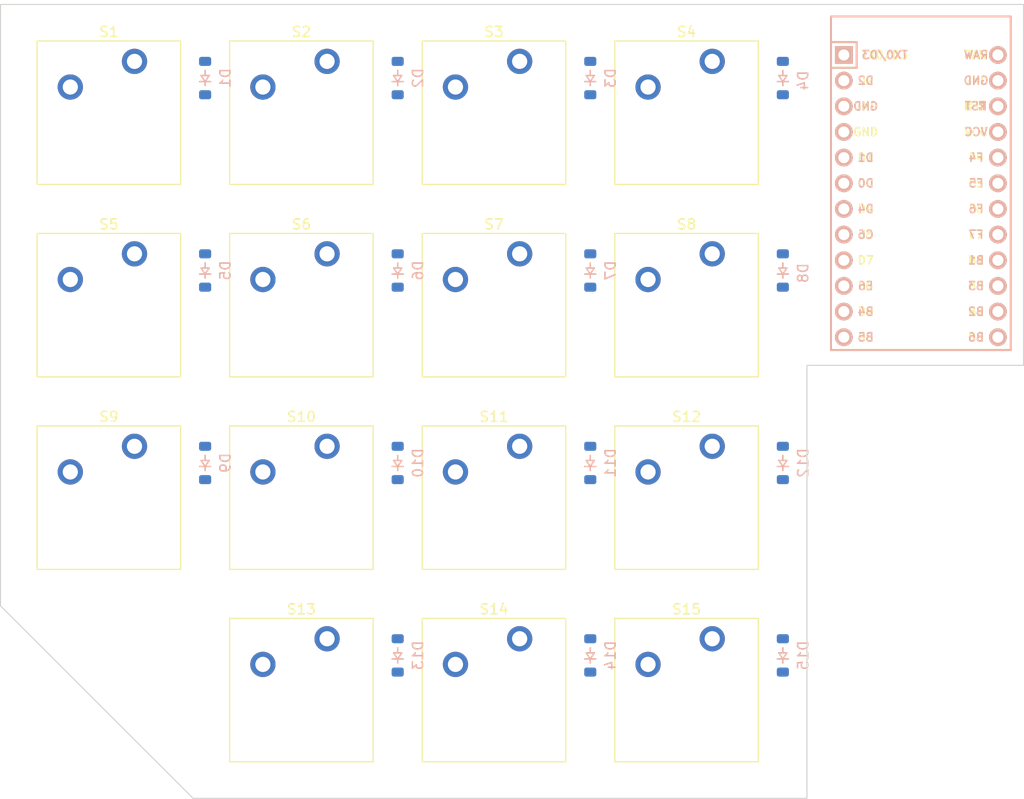
<source format=kicad_pcb>
(kicad_pcb (version 20221018) (generator pcbnew)
  (layers (0 "F.Cu" signal) (31 "B.Cu" signal) (34 "B.Paste" user) (35 "F.Paste" user) (36 "B.SilkS" user "B.Silkscreen") (37 "F.SilkS" user "F.Silkscreen") (38 "B.Mask" user) (39 "F.Mask" user) (44 "Edge.Cuts" user))
  (net 0 "")
  (net 1 "Row1")
  (net 2 "Net-(D1-A)")
  (net 3 "Net-(D2-A)")
  (net 4 "Net-(D3-A)")
  (net 5 "Net-(D4-A)")
  (net 6 "Row2")
  (net 7 "Net-(D5-A)")
  (net 8 "Net-(D6-A)")
  (net 9 "Net-(D7-A)")
  (net 10 "Net-(D8-A)")
  (net 11 "Row3")
  (net 12 "Net-(D9-A)")
  (net 13 "Net-(D10-A)")
  (net 14 "Net-(D11-A)")
  (net 15 "Net-(D12-A)")
  (net 16 "Row4")
  (net 17 "Net-(D13-A)")
  (net 18 "Net-(D14-A)")
  (net 19 "Net-(D15-A)")
  (net 20 "Column1")
  (net 21 "Column2")
  (net 22 "Column3")
  (net 23 "Column4")
  (footprint "microkeys_MX:MX_PCB_1.00u" (layer "F.Cu") (at 88.26 117.58)
    (fp_text reference "S13" (at 0 -8) (layer "F.SilkS"))
    (fp_text value "Keyswitch")
    (fp_line (start -7.1 -7.1) (end -7.1 7.1) (stroke (width 0.12)) (layer "F.SilkS"))
    (fp_line (start -7.1 7.1) (end 7.1 7.1) (stroke (width 0.12)) (layer "F.SilkS"))
    (fp_line (start 7.1 -7.1) (end -7.1 -7.1) (stroke (width 0.12)) (layer "F.SilkS"))
    (fp_line (start 7.1 7.1) (end 7.1 -7.1) (stroke (width 0.12)) (layer "F.SilkS"))
    (pad "" np_thru_hole circle (at -5.08 0) (size 1.75 1.75) (drill 1.75) (layers "*.Cu" "*.Mask"))
    (pad "" np_thru_hole circle (at 0 0) (size 4 4) (drill 4) (layers "*.Cu" "*.Mask"))
    (pad "" np_thru_hole circle (at 5.08 0) (size 1.75 1.75) (drill 1.75) (layers "*.Cu" "*.Mask"))
    (pad "1" thru_hole circle (at -3.81 -2.54) (size 2.5 2.5) (drill 1.5) (layers "*.Cu" "*.Mask") (net 21 "Column2"))
    (pad "2" thru_hole circle (at 2.54 -5.08) (size 2.5 2.5) (drill 1.5) (layers "*.Cu" "*.Mask") (net 17 "Net-(D13-A)"))
  )
  (footprint "microkeys_MCU:Arduino_Pro_Micro" (layer "F.Cu") (at 149.5375 68.685)
    (fp_text reference "U2" hide)
    (fp_text value "Arduino_Pro_Micro" hide)
    (fp_text user "B6" (at 5.461 13.97) (layer "B.SilkS") (effects (font (size 0.8 0.8)) (justify mirror)))
    (fp_text user "F6" (at 5.461 1.27) (layer "B.SilkS") (effects (font (size 0.8 0.8)) (justify mirror)))
    (fp_text user "D1" (at -5.461 -3.81) (layer "B.SilkS") (effects (font (size 0.8 0.8)) (justify mirror)))
    (fp_text user "GND" (at 5.461 -11.43) (layer "B.SilkS") (effects (font (size 0.8 0.8)) (justify mirror)))
    (fp_text user "B1" (at 5.461 6.35) (layer "B.SilkS") (effects (font (size 0.8 0.8)) (justify mirror)))
    (fp_text user "D2" (at -5.461 -11.43) (layer "B.SilkS") (effects (font (size 0.8 0.8)) (justify mirror)))
    (fp_text user "D4" (at -5.461 1.27) (layer "B.SilkS") (effects (font (size 0.8 0.8)) (justify mirror)))
    (fp_text user "B5" (at -5.461 13.97) (layer "B.SilkS") (effects (font (size 0.8 0.8)) (justify mirror)))
    (fp_text user "B3" (at 5.461 8.89) (layer "B.SilkS") (effects (font (size 0.8 0.8)) (justify mirror)))
    (fp_text user "C6" (at -5.461 3.81) (layer "B.SilkS") (effects (font (size 0.8 0.8)) (justify mirror)))
    (fp_text user "D0" (at -5.461 -1.27) (layer "B.SilkS") (effects (font (size 0.8 0.8)) (justify mirror)))
    (fp_text user "F5" (at 5.461 -1.27) (layer "B.SilkS") (effects (font (size 0.8 0.8)) (justify mirror)))
    (fp_text user "TX0/D3" (at -3.571872 -13.97) (layer "B.SilkS") (effects (font (size 0.8 0.8)) (justify mirror)))
    (fp_text user "GND" (at -5.461 -8.89) (layer "B.SilkS") (effects (font (size 0.8 0.8)) (justify mirror)))
    (fp_text user "B2" (at 5.461 11.43) (layer "B.SilkS") (effects (font (size 0.8 0.8)) (justify mirror)))
    (fp_text user "F7" (at 5.461 3.81) (layer "B.SilkS") (effects (font (size 0.8 0.8)) (justify mirror)))
    (fp_text user "B4" (at -5.461 11.43) (layer "B.SilkS") (effects (font (size 0.8 0.8)) (justify mirror)))
    (fp_text user "ST" (at 5.04 -8.91) (layer "B.SilkS") (effects (font (size 0.8 0.8)) (justify mirror)))
    (fp_text user "F4" (at 5.461 -3.81) (layer "B.SilkS") (effects (font (size 0.8 0.8)) (justify mirror)))
    (fp_text user "RAW" (at 5.461 -13.97) (layer "B.SilkS") (effects (font (size 0.8 0.8)) (justify mirror)))
    (fp_text user "E6" (at -5.461 8.89) (layer "B.SilkS") (effects (font (size 0.8 0.8)) (justify mirror)))
    (fp_text user "VCC" (at 5.461 -6.35) (layer "B.SilkS") (effects (font (size 0.8 0.8)) (justify mirror)))
    (fp_text user "ST" (at 5.73312 -8.92) (layer "F.SilkS") (effects (font (size 0.8 0.8))))
    (fp_text user "E6" (at -5.461 8.89) (layer "F.SilkS") (effects (font (size 0.8 0.8))))
    (fp_text user "D0" (at -5.461 -1.27) (layer "F.SilkS") (effects (font (size 0.8 0.8))))
    (fp_text user "VCC" (at 5.461 -6.35) (layer "F.SilkS") (effects (font (size 0.8 0.8))))
    (fp_text user "TX0/D3" (at -3.571872 -13.97) (layer "F.SilkS") (effects (font (size 0.8 0.8))))
    (fp_text user "B4" (at -5.461 11.43) (layer "F.SilkS") (effects (font (size 0.8 0.8))))
    (fp_text user "B6" (at 5.461 13.97) (layer "F.SilkS") (effects (font (size 0.8 0.8))))
    (fp_text user "GND" (at -5.461 -8.89) (layer "F.SilkS") (effects (font (size 0.8 0.8))))
    (fp_text user "D4" (at -5.461 1.27) (layer "F.SilkS") (effects (font (size 0.8 0.8))))
    (fp_text user "C6" (at -5.461 3.81) (layer "F.SilkS") (effects (font (size 0.8 0.8))))
    (fp_text user "D2" (at -5.461 -11.43) (layer "F.SilkS") (effects (font (size 0.8 0.8))))
    (fp_text user "F5" (at 5.461 -1.27) (layer "F.SilkS") (effects (font (size 0.8 0.8))))
    (fp_text user "F7" (at 5.461 3.81) (layer "F.SilkS") (effects (font (size 0.8 0.8))))
    (fp_text user "B3" (at 5.461 8.89) (layer "F.SilkS") (effects (font (size 0.8 0.8))))
    (fp_text user "B2" (at 5.461 11.43) (layer "F.SilkS") (effects (font (size 0.8 0.8))))
    (fp_text user "RAW" (at 5.461 -13.97) (layer "F.SilkS") (effects (font (size 0.8 0.8))))
    (fp_text user "GND" (at -5.461 -6.35) (layer "F.SilkS") (effects (font (size 0.8 0.8))))
    (fp_text user "D1" (at -5.461 -3.81) (layer "F.SilkS") (effects (font (size 0.8 0.8))))
    (fp_text user "F4" (at 5.461 -3.81) (layer "F.SilkS") (effects (font (size 0.8 0.8))))
    (fp_text user "B5" (at -5.461 13.97) (layer "F.SilkS") (effects (font (size 0.8 0.8))))
    (fp_text user "D7" (at -5.461 6.35) (layer "F.SilkS") (effects (font (size 0.8 0.8))))
    (fp_text user "B1" (at 5.461 6.35) (layer "F.SilkS") (effects (font (size 0.8 0.8))))
    (fp_text user "GND" (at 5.461 -11.43) (layer "F.SilkS") (effects (font (size 0.8 0.8))))
    (fp_text user "F6" (at 5.461 1.27) (layer "F.SilkS") (effects (font (size 0.8 0.8))))
    (fp_line (start -8.89 -17.78) (end -8.89 15.24) (stroke (width 0.2)) (layer "B.SilkS"))
    (fp_line (start -8.89 15.24) (end 8.89 15.24) (stroke (width 0.2)) (layer "B.SilkS"))
    (fp_line (start -6.35 -15.24) (end -8.89 -15.24) (stroke (width 0.2)) (layer "B.SilkS"))
    (fp_line (start -6.35 -15.24) (end -6.35 -12.7) (stroke (width 0.2)) (layer "B.SilkS"))
    (fp_line (start -6.35 -12.7) (end -8.89 -12.7) (stroke (width 0.2)) (layer "B.SilkS"))
    (fp_line (start 8.89 -17.78) (end -8.89 -17.78) (stroke (width 0.2)) (layer "B.SilkS"))
    (fp_line (start 8.89 15.24) (end 8.89 -17.78) (stroke (width 0.2)) (layer "B.SilkS"))
    (fp_poly (pts (xy 5.844635 -9.35097) (xy 5.844635 -9.25097) (xy 6.344635 -9.25097) (xy 6.344635 -9.35097)) (stroke (width 0.15)) (fill solid) (layer "B.SilkS"))
    (fp_poly (pts (xy 5.844635 -9.35097) (xy 5.844635 -9.05097) (xy 5.944635 -9.05097) (xy 5.944635 -9.35097)) (stroke (width 0.15)) (fill solid) (layer "B.SilkS"))
    (fp_poly (pts (xy 5.844635 -8.75097) (xy 5.844635 -8.55097) (xy 5.944635 -8.55097) (xy 5.944635 -8.75097)) (stroke (width 0.15)) (fill solid) (layer "B.SilkS"))
    (fp_poly (pts (xy 6.044635 -8.95097) (xy 6.044635 -8.85097) (xy 6.144635 -8.85097) (xy 6.144635 -8.95097)) (stroke (width 0.15)) (fill solid) (layer "B.SilkS"))
    (fp_poly (pts (xy 6.244635 -9.35097) (xy 6.244635 -8.55097) (xy 6.344635 -8.55097) (xy 6.344635 -9.35097)) (stroke (width 0.15)) (fill solid) (layer "B.SilkS"))
    (fp_line (start -8.89 -17.78) (end -8.89 15.24) (stroke (width 0.2)) (layer "F.SilkS"))
    (fp_line (start -8.89 15.24) (end 8.89 15.24) (stroke (width 0.2)) (layer "F.SilkS"))
    (fp_line (start -6.35 -15.24) (end -8.89 -15.24) (stroke (width 0.2)) (layer "F.SilkS"))
    (fp_line (start -6.35 -15.24) (end -6.35 -12.7) (stroke (width 0.2)) (layer "F.SilkS"))
    (fp_line (start -6.35 -12.7) (end -8.89 -12.7) (stroke (width 0.2)) (layer "F.SilkS"))
    (fp_line (start 8.89 -17.78) (end -8.89 -17.78) (stroke (width 0.2)) (layer "F.SilkS"))
    (fp_line (start 8.89 15.24) (end 8.89 -17.78) (stroke (width 0.2)) (layer "F.SilkS"))
    (fp_poly (pts (xy 4.531568 -9.36064) (xy 4.531568 -8.56064) (xy 4.431568 -8.56064) (xy 4.431568 -9.36064)) (stroke (width 0.15)) (fill solid) (layer "F.SilkS"))
    (fp_poly (pts (xy 4.731568 -8.96064) (xy 4.731568 -8.86064) (xy 4.631568 -8.86064) (xy 4.631568 -8.96064)) (stroke (width 0.15)) (fill solid) (layer "F.SilkS"))
    (fp_poly (pts (xy 4.931568 -9.36064) (xy 4.931568 -9.26064) (xy 4.431568 -9.26064) (xy 4.431568 -9.36064)) (stroke (width 0.15)) (fill solid) (layer "F.SilkS"))
    (fp_poly (pts (xy 4.931568 -9.36064) (xy 4.931568 -9.06064) (xy 4.831568 -9.06064) (xy 4.831568 -9.36064)) (stroke (width 0.15)) (fill solid) (layer "F.SilkS"))
    (fp_poly (pts (xy 4.931568 -8.76064) (xy 4.931568 -8.56064) (xy 4.831568 -8.56064) (xy 4.831568 -8.76064)) (stroke (width 0.15)) (fill solid) (layer "F.SilkS"))
    (pad "1" thru_hole rect (at -7.62 -13.97 270) (size 1.7526 1.7526) (drill 1.0922) (layers "*.Cu" "*.SilkS" "*.Mask"))
    (pad "2" thru_hole circle (at -7.62 -11.43 270) (size 1.7526 1.7526) (drill 1.0922) (layers "*.Cu" "*.SilkS" "*.Mask"))
    (pad "3" thru_hole circle (at -7.62 -8.89 270) (size 1.7526 1.7526) (drill 1.0922) (layers "*.Cu" "*.SilkS" "*.Mask"))
    (pad "4" thru_hole circle (at -7.62 -6.35 270) (size 1.7526 1.7526) (drill 1.0922) (layers "*.Cu" "*.SilkS" "*.Mask"))
    (pad "5" thru_hole circle (at -7.62 -3.81 270) (size 1.7526 1.7526) (drill 1.0922) (layers "*.Cu" "*.SilkS" "*.Mask") (net 20 "Column1"))
    (pad "6" thru_hole circle (at -7.62 -1.27 270) (size 1.7526 1.7526) (drill 1.0922) (layers "*.Cu" "*.SilkS" "*.Mask") (net 21 "Column2"))
    (pad "7" thru_hole circle (at -7.62 1.27 270) (size 1.7526 1.7526) (drill 1.0922) (layers "*.Cu" "*.SilkS" "*.Mask") (net 22 "Column3"))
    (pad "8" thru_hole circle (at -7.62 3.81 270) (size 1.7526 1.7526) (drill 1.0922) (layers "*.Cu" "*.SilkS" "*.Mask") (net 23 "Column4"))
    (pad "9" thru_hole circle (at -7.62 6.35 270) (size 1.7526 1.7526) (drill 1.0922) (layers "*.Cu" "*.SilkS" "*.Mask") (net 1 "Row1"))
    (pad "10" thru_hole circle (at -7.62 8.89 270) (size 1.7526 1.7526) (drill 1.0922) (layers "*.Cu" "*.SilkS" "*.Mask") (net 6 "Row2"))
    (pad "11" thru_hole circle (at -7.62 11.43 270) (size 1.7526 1.7526) (drill 1.0922) (layers "*.Cu" "*.SilkS" "*.Mask") (net 11 "Row3"))
    (pad "12" thru_hole circle (at -7.62 13.97 270) (size 1.7526 1.7526) (drill 1.0922) (layers "*.Cu" "*.SilkS" "*.Mask") (net 16 "Row4"))
    (pad "13" thru_hole circle (at 7.62 13.97 270) (size 1.7526 1.7526) (drill 1.0922) (layers "*.Cu" "*.SilkS" "*.Mask"))
    (pad "14" thru_hole circle (at 7.62 11.43 270) (size 1.7526 1.7526) (drill 1.0922) (layers "*.Cu" "*.SilkS" "*.Mask"))
    (pad "15" thru_hole circle (at 7.62 8.89 270) (size 1.7526 1.7526) (drill 1.0922) (layers "*.Cu" "*.SilkS" "*.Mask"))
    (pad "16" thru_hole circle (at 7.62 6.35 270) (size 1.7526 1.7526) (drill 1.0922) (layers "*.Cu" "*.SilkS" "*.Mask"))
    (pad "17" thru_hole circle (at 7.62 3.81 270) (size 1.7526 1.7526) (drill 1.0922) (layers "*.Cu" "*.SilkS" "*.Mask"))
    (pad "18" thru_hole circle (at 7.62 1.27 270) (size 1.7526 1.7526) (drill 1.0922) (layers "*.Cu" "*.SilkS" "*.Mask"))
    (pad "19" thru_hole circle (at 7.62 -1.27 270) (size 1.7526 1.7526) (drill 1.0922) (layers "*.Cu" "*.SilkS" "*.Mask"))
    (pad "20" thru_hole circle (at 7.62 -3.81 270) (size 1.7526 1.7526) (drill 1.0922) (layers "*.Cu" "*.SilkS" "*.Mask"))
    (pad "21" thru_hole circle (at 7.62 -6.35 270) (size 1.7526 1.7526) (drill 1.0922) (layers "*.Cu" "*.SilkS" "*.Mask"))
    (pad "22" thru_hole circle (at 7.62 -8.89 270) (size 1.7526 1.7526) (drill 1.0922) (layers "*.Cu" "*.SilkS" "*.Mask"))
    (pad "23" thru_hole circle (at 7.62 -11.43 270) (size 1.7526 1.7526) (drill 1.0922) (layers "*.Cu" "*.SilkS" "*.Mask"))
    (pad "24" thru_hole circle (at 7.62 -13.97 270) (size 1.7526 1.7526) (drill 1.0922) (layers "*.Cu" "*.SilkS" "*.Mask"))
  )
  (footprint "microkeys_MX:MX_PCB_1.00u" (layer "F.Cu") (at 88.26 79.48)
    (fp_text reference "S6" (at 0 -8) (layer "F.SilkS"))
    (fp_text value "Keyswitch")
    (fp_line (start -7.1 -7.1) (end -7.1 7.1) (stroke (width 0.12)) (layer "F.SilkS"))
    (fp_line (start -7.1 7.1) (end 7.1 7.1) (stroke (width 0.12)) (layer "F.SilkS"))
    (fp_line (start 7.1 -7.1) (end -7.1 -7.1) (stroke (width 0.12)) (layer "F.SilkS"))
    (fp_line (start 7.1 7.1) (end 7.1 -7.1) (stroke (width 0.12)) (layer "F.SilkS"))
    (pad "" np_thru_hole circle (at -5.08 0) (size 1.75 1.75) (drill 1.75) (layers "*.Cu" "*.Mask"))
    (pad "" np_thru_hole circle (at 0 0) (size 4 4) (drill 4) (layers "*.Cu" "*.Mask"))
    (pad "" np_thru_hole circle (at 5.08 0) (size 1.75 1.75) (drill 1.75) (layers "*.Cu" "*.Mask"))
    (pad "1" thru_hole circle (at -3.81 -2.54) (size 2.5 2.5) (drill 1.5) (layers "*.Cu" "*.Mask") (net 21 "Column2"))
    (pad "2" thru_hole circle (at 2.54 -5.08) (size 2.5 2.5) (drill 1.5) (layers "*.Cu" "*.Mask") (net 8 "Net-(D6-A)"))
  )
  (footprint "microkeys_MX:MX_PCB_1.00u" (layer "F.Cu") (at 126.36 117.58)
    (fp_text reference "S15" (at 0 -8) (layer "F.SilkS"))
    (fp_text value "Keyswitch")
    (fp_line (start -7.1 -7.1) (end -7.1 7.1) (stroke (width 0.12)) (layer "F.SilkS"))
    (fp_line (start -7.1 7.1) (end 7.1 7.1) (stroke (width 0.12)) (layer "F.SilkS"))
    (fp_line (start 7.1 -7.1) (end -7.1 -7.1) (stroke (width 0.12)) (layer "F.SilkS"))
    (fp_line (start 7.1 7.1) (end 7.1 -7.1) (stroke (width 0.12)) (layer "F.SilkS"))
    (pad "" np_thru_hole circle (at -5.08 0) (size 1.75 1.75) (drill 1.75) (layers "*.Cu" "*.Mask"))
    (pad "" np_thru_hole circle (at 0 0) (size 4 4) (drill 4) (layers "*.Cu" "*.Mask"))
    (pad "" np_thru_hole circle (at 5.08 0) (size 1.75 1.75) (drill 1.75) (layers "*.Cu" "*.Mask"))
    (pad "1" thru_hole circle (at -3.81 -2.54) (size 2.5 2.5) (drill 1.5) (layers "*.Cu" "*.Mask") (net 23 "Column4"))
    (pad "2" thru_hole circle (at 2.54 -5.08) (size 2.5 2.5) (drill 1.5) (layers "*.Cu" "*.Mask") (net 19 "Net-(D15-A)"))
  )
  (footprint "microkeys_MX:MX_PCB_1.00u" (layer "F.Cu") (at 88.26 60.43)
    (fp_text reference "S2" (at 0 -8) (layer "F.SilkS"))
    (fp_text value "Keyswitch")
    (fp_line (start -7.1 -7.1) (end -7.1 7.1) (stroke (width 0.12)) (layer "F.SilkS"))
    (fp_line (start -7.1 7.1) (end 7.1 7.1) (stroke (width 0.12)) (layer "F.SilkS"))
    (fp_line (start 7.1 -7.1) (end -7.1 -7.1) (stroke (width 0.12)) (layer "F.SilkS"))
    (fp_line (start 7.1 7.1) (end 7.1 -7.1) (stroke (width 0.12)) (layer "F.SilkS"))
    (pad "" np_thru_hole circle (at -5.08 0) (size 1.75 1.75) (drill 1.75) (layers "*.Cu" "*.Mask"))
    (pad "" np_thru_hole circle (at 0 0) (size 4 4) (drill 4) (layers "*.Cu" "*.Mask"))
    (pad "" np_thru_hole circle (at 5.08 0) (size 1.75 1.75) (drill 1.75) (layers "*.Cu" "*.Mask"))
    (pad "1" thru_hole circle (at -3.81 -2.54) (size 2.5 2.5) (drill 1.5) (layers "*.Cu" "*.Mask") (net 21 "Column2"))
    (pad "2" thru_hole circle (at 2.54 -5.08) (size 2.5 2.5) (drill 1.5) (layers "*.Cu" "*.Mask") (net 3 "Net-(D2-A)"))
  )
  (footprint "microkeys_MX:MX_PCB_1.00u" (layer "F.Cu") (at 69.21 79.48)
    (fp_text reference "S5" (at 0 -8) (layer "F.SilkS"))
    (fp_text value "Keyswitch")
    (fp_line (start -7.1 -7.1) (end -7.1 7.1) (stroke (width 0.12)) (layer "F.SilkS"))
    (fp_line (start -7.1 7.1) (end 7.1 7.1) (stroke (width 0.12)) (layer "F.SilkS"))
    (fp_line (start 7.1 -7.1) (end -7.1 -7.1) (stroke (width 0.12)) (layer "F.SilkS"))
    (fp_line (start 7.1 7.1) (end 7.1 -7.1) (stroke (width 0.12)) (layer "F.SilkS"))
    (pad "" np_thru_hole circle (at -5.08 0) (size 1.75 1.75) (drill 1.75) (layers "*.Cu" "*.Mask"))
    (pad "" np_thru_hole circle (at 0 0) (size 4 4) (drill 4) (layers "*.Cu" "*.Mask"))
    (pad "" np_thru_hole circle (at 5.08 0) (size 1.75 1.75) (drill 1.75) (layers "*.Cu" "*.Mask"))
    (pad "1" thru_hole circle (at -3.81 -2.54) (size 2.5 2.5) (drill 1.5) (layers "*.Cu" "*.Mask") (net 20 "Column1"))
    (pad "2" thru_hole circle (at 2.54 -5.08) (size 2.5 2.5) (drill 1.5) (layers "*.Cu" "*.Mask") (net 7 "Net-(D5-A)"))
  )
  (footprint "microkeys_MX:MX_PCB_1.00u" (layer "F.Cu") (at 107.31 60.43)
    (fp_text reference "S3" (at 0 -8) (layer "F.SilkS"))
    (fp_text value "Keyswitch")
    (fp_line (start -7.1 -7.1) (end -7.1 7.1) (stroke (width 0.12)) (layer "F.SilkS"))
    (fp_line (start -7.1 7.1) (end 7.1 7.1) (stroke (width 0.12)) (layer "F.SilkS"))
    (fp_line (start 7.1 -7.1) (end -7.1 -7.1) (stroke (width 0.12)) (layer "F.SilkS"))
    (fp_line (start 7.1 7.1) (end 7.1 -7.1) (stroke (width 0.12)) (layer "F.SilkS"))
    (pad "" np_thru_hole circle (at -5.08 0) (size 1.75 1.75) (drill 1.75) (layers "*.Cu" "*.Mask"))
    (pad "" np_thru_hole circle (at 0 0) (size 4 4) (drill 4) (layers "*.Cu" "*.Mask"))
    (pad "" np_thru_hole circle (at 5.08 0) (size 1.75 1.75) (drill 1.75) (layers "*.Cu" "*.Mask"))
    (pad "1" thru_hole circle (at -3.81 -2.54) (size 2.5 2.5) (drill 1.5) (layers "*.Cu" "*.Mask") (net 22 "Column3"))
    (pad "2" thru_hole circle (at 2.54 -5.08) (size 2.5 2.5) (drill 1.5) (layers "*.Cu" "*.Mask") (net 4 "Net-(D3-A)"))
  )
  (footprint "microkeys_MX:MX_PCB_1.00u" (layer "F.Cu") (at 88.26 98.53)
    (fp_text reference "S10" (at 0 -8) (layer "F.SilkS"))
    (fp_text value "Keyswitch")
    (fp_line (start -7.1 -7.1) (end -7.1 7.1) (stroke (width 0.12)) (layer "F.SilkS"))
    (fp_line (start -7.1 7.1) (end 7.1 7.1) (stroke (width 0.12)) (layer "F.SilkS"))
    (fp_line (start 7.1 -7.1) (end -7.1 -7.1) (stroke (width 0.12)) (layer "F.SilkS"))
    (fp_line (start 7.1 7.1) (end 7.1 -7.1) (stroke (width 0.12)) (layer "F.SilkS"))
    (pad "" np_thru_hole circle (at -5.08 0) (size 1.75 1.75) (drill 1.75) (layers "*.Cu" "*.Mask"))
    (pad "" np_thru_hole circle (at 0 0) (size 4 4) (drill 4) (layers "*.Cu" "*.Mask"))
    (pad "" np_thru_hole circle (at 5.08 0) (size 1.75 1.75) (drill 1.75) (layers "*.Cu" "*.Mask"))
    (pad "1" thru_hole circle (at -3.81 -2.54) (size 2.5 2.5) (drill 1.5) (layers "*.Cu" "*.Mask") (net 21 "Column2"))
    (pad "2" thru_hole circle (at 2.54 -5.08) (size 2.5 2.5) (drill 1.5) (layers "*.Cu" "*.Mask") (net 13 "Net-(D10-A)"))
  )
  (footprint "microkeys_MX:MX_PCB_1.00u" (layer "F.Cu") (at 126.36 60.43)
    (fp_text reference "S4" (at 0 -8) (layer "F.SilkS"))
    (fp_text value "Keyswitch")
    (fp_line (start -7.1 -7.1) (end -7.1 7.1) (stroke (width 0.12)) (layer "F.SilkS"))
    (fp_line (start -7.1 7.1) (end 7.1 7.1) (stroke (width 0.12)) (layer "F.SilkS"))
    (fp_line (start 7.1 -7.1) (end -7.1 -7.1) (stroke (width 0.12)) (layer "F.SilkS"))
    (fp_line (start 7.1 7.1) (end 7.1 -7.1) (stroke (width 0.12)) (layer "F.SilkS"))
    (pad "" np_thru_hole circle (at -5.08 0) (size 1.75 1.75) (drill 1.75) (layers "*.Cu" "*.Mask"))
    (pad "" np_thru_hole circle (at 0 0) (size 4 4) (drill 4) (layers "*.Cu" "*.Mask"))
    (pad "" np_thru_hole circle (at 5.08 0) (size 1.75 1.75) (drill 1.75) (layers "*.Cu" "*.Mask"))
    (pad "1" thru_hole circle (at -3.81 -2.54) (size 2.5 2.5) (drill 1.5) (layers "*.Cu" "*.Mask") (net 23 "Column4"))
    (pad "2" thru_hole circle (at 2.54 -5.08) (size 2.5 2.5) (drill 1.5) (layers "*.Cu" "*.Mask") (net 5 "Net-(D4-A)"))
  )
  (footprint "microkeys_MX:MX_PCB_1.00u" (layer "F.Cu") (at 69.21 60.43)
    (fp_text reference "S1" (at 0 -8) (layer "F.SilkS"))
    (fp_text value "Keyswitch")
    (fp_line (start -7.1 -7.1) (end -7.1 7.1) (stroke (width 0.12)) (layer "F.SilkS"))
    (fp_line (start -7.1 7.1) (end 7.1 7.1) (stroke (width 0.12)) (layer "F.SilkS"))
    (fp_line (start 7.1 -7.1) (end -7.1 -7.1) (stroke (width 0.12)) (layer "F.SilkS"))
    (fp_line (start 7.1 7.1) (end 7.1 -7.1) (stroke (width 0.12)) (layer "F.SilkS"))
    (pad "" np_thru_hole circle (at -5.08 0) (size 1.75 1.75) (drill 1.75) (layers "*.Cu" "*.Mask"))
    (pad "" np_thru_hole circle (at 0 0) (size 4 4) (drill 4) (layers "*.Cu" "*.Mask"))
    (pad "" np_thru_hole circle (at 5.08 0) (size 1.75 1.75) (drill 1.75) (layers "*.Cu" "*.Mask"))
    (pad "1" thru_hole circle (at -3.81 -2.54) (size 2.5 2.5) (drill 1.5) (layers "*.Cu" "*.Mask") (net 20 "Column1"))
    (pad "2" thru_hole circle (at 2.54 -5.08) (size 2.5 2.5) (drill 1.5) (layers "*.Cu" "*.Mask") (net 2 "Net-(D1-A)"))
  )
  (footprint "microkeys_MX:MX_PCB_1.00u" (layer "F.Cu") (at 107.31 98.53)
    (fp_text reference "S11" (at 0 -8) (layer "F.SilkS"))
    (fp_text value "Keyswitch")
    (fp_line (start -7.1 -7.1) (end -7.1 7.1) (stroke (width 0.12)) (layer "F.SilkS"))
    (fp_line (start -7.1 7.1) (end 7.1 7.1) (stroke (width 0.12)) (layer "F.SilkS"))
    (fp_line (start 7.1 -7.1) (end -7.1 -7.1) (stroke (width 0.12)) (layer "F.SilkS"))
    (fp_line (start 7.1 7.1) (end 7.1 -7.1) (stroke (width 0.12)) (layer "F.SilkS"))
    (pad "" np_thru_hole circle (at -5.08 0) (size 1.75 1.75) (drill 1.75) (layers "*.Cu" "*.Mask"))
    (pad "" np_thru_hole circle (at 0 0) (size 4 4) (drill 4) (layers "*.Cu" "*.Mask"))
    (pad "" np_thru_hole circle (at 5.08 0) (size 1.75 1.75) (drill 1.75) (layers "*.Cu" "*.Mask"))
    (pad "1" thru_hole circle (at -3.81 -2.54) (size 2.5 2.5) (drill 1.5) (layers "*.Cu" "*.Mask") (net 22 "Column3"))
    (pad "2" thru_hole circle (at 2.54 -5.08) (size 2.5 2.5) (drill 1.5) (layers "*.Cu" "*.Mask") (net 14 "Net-(D11-A)"))
  )
  (footprint "microkeys_MX:MX_PCB_1.00u" (layer "F.Cu") (at 107.31 79.48)
    (fp_text reference "S7" (at 0 -8) (layer "F.SilkS"))
    (fp_text value "Keyswitch")
    (fp_line (start -7.1 -7.1) (end -7.1 7.1) (stroke (width 0.12)) (layer "F.SilkS"))
    (fp_line (start -7.1 7.1) (end 7.1 7.1) (stroke (width 0.12)) (layer "F.SilkS"))
    (fp_line (start 7.1 -7.1) (end -7.1 -7.1) (stroke (width 0.12)) (layer "F.SilkS"))
    (fp_line (start 7.1 7.1) (end 7.1 -7.1) (stroke (width 0.12)) (layer "F.SilkS"))
    (pad "" np_thru_hole circle (at -5.08 0) (size 1.75 1.75) (drill 1.75) (layers "*.Cu" "*.Mask"))
    (pad "" np_thru_hole circle (at 0 0) (size 4 4) (drill 4) (layers "*.Cu" "*.Mask"))
    (pad "" np_thru_hole circle (at 5.08 0) (size 1.75 1.75) (drill 1.75) (layers "*.Cu" "*.Mask"))
    (pad "1" thru_hole circle (at -3.81 -2.54) (size 2.5 2.5) (drill 1.5) (layers "*.Cu" "*.Mask") (net 22 "Column3"))
    (pad "2" thru_hole circle (at 2.54 -5.08) (size 2.5 2.5) (drill 1.5) (layers "*.Cu" "*.Mask") (net 9 "Net-(D7-A)"))
  )
  (footprint "microkeys_MX:MX_PCB_1.00u" (layer "F.Cu") (at 126.36 98.53)
    (fp_text reference "S12" (at 0 -8) (layer "F.SilkS"))
    (fp_text value "Keyswitch")
    (fp_line (start -7.1 -7.1) (end -7.1 7.1) (stroke (width 0.12)) (layer "F.SilkS"))
    (fp_line (start -7.1 7.1) (end 7.1 7.1) (stroke (width 0.12)) (layer "F.SilkS"))
    (fp_line (start 7.1 -7.1) (end -7.1 -7.1) (stroke (width 0.12)) (layer "F.SilkS"))
    (fp_line (start 7.1 7.1) (end 7.1 -7.1) (stroke (width 0.12)) (layer "F.SilkS"))
    (pad "" np_thru_hole circle (at -5.08 0) (size 1.75 1.75) (drill 1.75) (layers "*.Cu" "*.Mask"))
    (pad "" np_thru_hole circle (at 0 0) (size 4 4) (drill 4) (layers "*.Cu" "*.Mask"))
    (pad "" np_thru_hole circle (at 5.08 0) (size 1.75 1.75) (drill 1.75) (layers "*.Cu" "*.Mask"))
    (pad "1" thru_hole circle (at -3.81 -2.54) (size 2.5 2.5) (drill 1.5) (layers "*.Cu" "*.Mask") (net 23 "Column4"))
    (pad "2" thru_hole circle (at 2.54 -5.08) (size 2.5 2.5) (drill 1.5) (layers "*.Cu" "*.Mask") (net 15 "Net-(D12-A)"))
  )
  (footprint "microkeys_MX:MX_PCB_1.00u" (layer "F.Cu") (at 126.36 79.48)
    (fp_text reference "S8" (at 0 -8) (layer "F.SilkS"))
    (fp_text value "Keyswitch")
    (fp_line (start -7.1 -7.1) (end -7.1 7.1) (stroke (width 0.12)) (layer "F.SilkS"))
    (fp_line (start -7.1 7.1) (end 7.1 7.1) (stroke (width 0.12)) (layer "F.SilkS"))
    (fp_line (start 7.1 -7.1) (end -7.1 -7.1) (stroke (width 0.12)) (layer "F.SilkS"))
    (fp_line (start 7.1 7.1) (end 7.1 -7.1) (stroke (width 0.12)) (layer "F.SilkS"))
    (pad "" np_thru_hole circle (at -5.08 0) (size 1.75 1.75) (drill 1.75) (layers "*.Cu" "*.Mask"))
    (pad "" np_thru_hole circle (at 0 0) (size 4 4) (drill 4) (layers "*.Cu" "*.Mask"))
    (pad "" np_thru_hole circle (at 5.08 0) (size 1.75 1.75) (drill 1.75) (layers "*.Cu" "*.Mask"))
    (pad "1" thru_hole circle (at -3.81 -2.54) (size 2.5 2.5) (drill 1.5) (layers "*.Cu" "*.Mask") (net 23 "Column4"))
    (pad "2" thru_hole circle (at 2.54 -5.08) (size 2.5 2.5) (drill 1.5) (layers "*.Cu" "*.Mask") (net 10 "Net-(D8-A)"))
  )
  (footprint "microkeys_MX:MX_PCB_1.00u" (layer "F.Cu") (at 69.21 98.53)
    (fp_text reference "S9" (at 0 -8) (layer "F.SilkS"))
    (fp_text value "Keyswitch")
    (fp_line (start -7.1 -7.1) (end -7.1 7.1) (stroke (width 0.12)) (layer "F.SilkS"))
    (fp_line (start -7.1 7.1) (end 7.1 7.1) (stroke (width 0.12)) (layer "F.SilkS"))
    (fp_line (start 7.1 -7.1) (end -7.1 -7.1) (stroke (width 0.12)) (layer "F.SilkS"))
    (fp_line (start 7.1 7.1) (end 7.1 -7.1) (stroke (width 0.12)) (layer "F.SilkS"))
    (pad "" np_thru_hole circle (at -5.08 0) (size 1.75 1.75) (drill 1.75) (layers "*.Cu" "*.Mask"))
    (pad "" np_thru_hole circle (at 0 0) (size 4 4) (drill 4) (layers "*.Cu" "*.Mask"))
    (pad "" np_thru_hole circle (at 5.08 0) (size 1.75 1.75) (drill 1.75) (layers "*.Cu" "*.Mask"))
    (pad "1" thru_hole circle (at -3.81 -2.54) (size 2.5 2.5) (drill 1.5) (layers "*.Cu" "*.Mask") (net 20 "Column1"))
    (pad "2" thru_hole circle (at 2.54 -5.08) (size 2.5 2.5) (drill 1.5) (layers "*.Cu" "*.Mask") (net 12 "Net-(D9-A)"))
  )
  (footprint "microkeys_MX:MX_PCB_1.00u" (layer "F.Cu") (at 107.31 117.58)
    (fp_text reference "S14" (at 0 -8) (layer "F.SilkS"))
    (fp_text value "Keyswitch")
    (fp_line (start -7.1 -7.1) (end -7.1 7.1) (stroke (width 0.12)) (layer "F.SilkS"))
    (fp_line (start -7.1 7.1) (end 7.1 7.1) (stroke (width 0.12)) (layer "F.SilkS"))
    (fp_line (start 7.1 -7.1) (end -7.1 -7.1) (stroke (width 0.12)) (layer "F.SilkS"))
    (fp_line (start 7.1 7.1) (end 7.1 -7.1) (stroke (width 0.12)) (layer "F.SilkS"))
    (pad "" np_thru_hole circle (at -5.08 0) (size 1.75 1.75) (drill 1.75) (layers "*.Cu" "*.Mask"))
    (pad "" np_thru_hole circle (at 0 0) (size 4 4) (drill 4) (layers "*.Cu" "*.Mask"))
    (pad "" np_thru_hole circle (at 5.08 0) (size 1.75 1.75) (drill 1.75) (layers "*.Cu" "*.Mask"))
    (pad "1" thru_hole circle (at -3.81 -2.54) (size 2.5 2.5) (drill 1.5) (layers "*.Cu" "*.Mask") (net 22 "Column3"))
    (pad "2" thru_hole circle (at 2.54 -5.08) (size 2.5 2.5) (drill 1.5) (layers "*.Cu" "*.Mask") (net 18 "Net-(D14-A)"))
  )
  (footprint "microkeys_Components:Diode_SOD-123" (layer "B.Cu") (at 97.785 57 90)
    (fp_text reference "D2" (at 0 2 90) (layer "B.SilkS") (effects (justify mirror)))
    (fp_text value "Diode")
    (fp_line (start -0.75 0) (end -0.35 0) (stroke (width 0.15)) (layer "B.SilkS"))
    (fp_line (start -0.35 0) (end -0.35 -0.55) (stroke (width 0.15)) (layer "B.SilkS"))
    (fp_line (start -0.35 0) (end -0.35 0.55) (stroke (width 0.15)) (layer "B.SilkS"))
    (fp_line (start -0.35 0) (end 0.25 0.4) (stroke (width 0.15)) (layer "B.SilkS"))
    (fp_line (start 0.25 -0.4) (end -0.35 0) (stroke (width 0.15)) (layer "B.SilkS"))
    (fp_line (start 0.25 0) (end 0.75 0) (stroke (width 0.15)) (layer "B.SilkS"))
    (fp_line (start 0.25 0.4) (end 0.25 -0.4) (stroke (width 0.15)) (layer "B.SilkS"))
    (pad "1" smd roundrect (at -1.65 0 90) (size 0.9 1.2) (layers "B.Cu" "B.Paste" "B.Mask") (net 1 "Row1"))
    (pad "2" smd roundrect (at 1.65 0 90) (size 0.9 1.2) (layers "B.Cu" "B.Paste" "B.Mask") (net 3 "Net-(D2-A)"))
  )
  (footprint "microkeys_Components:Diode_SOD-123" (layer "B.Cu") (at 78.735 57 90)
    (fp_text reference "D1" (at 0 2 90) (layer "B.SilkS") (effects (justify mirror)))
    (fp_text value "Diode")
    (fp_line (start -0.75 0) (end -0.35 0) (stroke (width 0.15)) (layer "B.SilkS"))
    (fp_line (start -0.35 0) (end -0.35 -0.55) (stroke (width 0.15)) (layer "B.SilkS"))
    (fp_line (start -0.35 0) (end -0.35 0.55) (stroke (width 0.15)) (layer "B.SilkS"))
    (fp_line (start -0.35 0) (end 0.25 0.4) (stroke (width 0.15)) (layer "B.SilkS"))
    (fp_line (start 0.25 -0.4) (end -0.35 0) (stroke (width 0.15)) (layer "B.SilkS"))
    (fp_line (start 0.25 0) (end 0.75 0) (stroke (width 0.15)) (layer "B.SilkS"))
    (fp_line (start 0.25 0.4) (end 0.25 -0.4) (stroke (width 0.15)) (layer "B.SilkS"))
    (pad "1" smd roundrect (at -1.65 0 90) (size 0.9 1.2) (layers "B.Cu" "B.Paste" "B.Mask") (net 1 "Row1"))
    (pad "2" smd roundrect (at 1.65 0 90) (size 0.9 1.2) (layers "B.Cu" "B.Paste" "B.Mask") (net 2 "Net-(D1-A)"))
  )
  (footprint "microkeys_Components:Diode_SOD-123" (layer "B.Cu") (at 78.735 95.1 90)
    (fp_text reference "D9" (at 0 2 90) (layer "B.SilkS") (effects (justify mirror)))
    (fp_text value "Diode")
    (fp_line (start -0.75 0) (end -0.35 0) (stroke (width 0.15)) (layer "B.SilkS"))
    (fp_line (start -0.35 0) (end -0.35 -0.55) (stroke (width 0.15)) (layer "B.SilkS"))
    (fp_line (start -0.35 0) (end -0.35 0.55) (stroke (width 0.15)) (layer "B.SilkS"))
    (fp_line (start -0.35 0) (end 0.25 0.4) (stroke (width 0.15)) (layer "B.SilkS"))
    (fp_line (start 0.25 -0.4) (end -0.35 0) (stroke (width 0.15)) (layer "B.SilkS"))
    (fp_line (start 0.25 0) (end 0.75 0) (stroke (width 0.15)) (layer "B.SilkS"))
    (fp_line (start 0.25 0.4) (end 0.25 -0.4) (stroke (width 0.15)) (layer "B.SilkS"))
    (pad "1" smd roundrect (at -1.65 0 90) (size 0.9 1.2) (layers "B.Cu" "B.Paste" "B.Mask") (net 11 "Row3"))
    (pad "2" smd roundrect (at 1.65 0 90) (size 0.9 1.2) (layers "B.Cu" "B.Paste" "B.Mask") (net 12 "Net-(D9-A)"))
  )
  (footprint "microkeys_Components:Diode_SOD-123" (layer "B.Cu") (at 135.885 76.05 90)
    (fp_text reference "D8" (at -0.254 2 90) (layer "B.SilkS") (effects (justify mirror)))
    (fp_text value "Diode")
    (fp_line (start -0.75 0) (end -0.35 0) (stroke (width 0.15)) (layer "B.SilkS"))
    (fp_line (start -0.35 0) (end -0.35 -0.55) (stroke (width 0.15)) (layer "B.SilkS"))
    (fp_line (start -0.35 0) (end -0.35 0.55) (stroke (width 0.15)) (layer "B.SilkS"))
    (fp_line (start -0.35 0) (end 0.25 0.4) (stroke (width 0.15)) (layer "B.SilkS"))
    (fp_line (start 0.25 -0.4) (end -0.35 0) (stroke (width 0.15)) (layer "B.SilkS"))
    (fp_line (start 0.25 0) (end 0.75 0) (stroke (width 0.15)) (layer "B.SilkS"))
    (fp_line (start 0.25 0.4) (end 0.25 -0.4) (stroke (width 0.15)) (layer "B.SilkS"))
    (pad "1" smd roundrect (at -1.65 0 90) (size 0.9 1.2) (layers "B.Cu" "B.Paste" "B.Mask") (net 6 "Row2"))
    (pad "2" smd roundrect (at 1.65 0 90) (size 0.9 1.2) (layers "B.Cu" "B.Paste" "B.Mask") (net 10 "Net-(D8-A)"))
  )
  (footprint "microkeys_Components:Diode_SOD-123" (layer "B.Cu") (at 78.735 76.05 90)
    (fp_text reference "D5" (at 0 2 90) (layer "B.SilkS") (effects (justify mirror)))
    (fp_text value "Diode")
    (fp_line (start -0.75 0) (end -0.35 0) (stroke (width 0.15)) (layer "B.SilkS"))
    (fp_line (start -0.35 0) (end -0.35 -0.55) (stroke (width 0.15)) (layer "B.SilkS"))
    (fp_line (start -0.35 0) (end -0.35 0.55) (stroke (width 0.15)) (layer "B.SilkS"))
    (fp_line (start -0.35 0) (end 0.25 0.4) (stroke (width 0.15)) (layer "B.SilkS"))
    (fp_line (start 0.25 -0.4) (end -0.35 0) (stroke (width 0.15)) (layer "B.SilkS"))
    (fp_line (start 0.25 0) (end 0.75 0) (stroke (width 0.15)) (layer "B.SilkS"))
    (fp_line (start 0.25 0.4) (end 0.25 -0.4) (stroke (width 0.15)) (layer "B.SilkS"))
    (pad "1" smd roundrect (at -1.65 0 90) (size 0.9 1.2) (layers "B.Cu" "B.Paste" "B.Mask") (net 6 "Row2"))
    (pad "2" smd roundrect (at 1.65 0 90) (size 0.9 1.2) (layers "B.Cu" "B.Paste" "B.Mask") (net 7 "Net-(D5-A)"))
  )
  (footprint "microkeys_Components:Diode_SOD-123" (layer "B.Cu") (at 135.885 114.15 90)
    (fp_text reference "D15" (at 0 2 90) (layer "B.SilkS") (effects (justify mirror)))
    (fp_text value "Diode")
    (fp_line (start -0.75 0) (end -0.35 0) (stroke (width 0.15)) (layer "B.SilkS"))
    (fp_line (start -0.35 0) (end -0.35 -0.55) (stroke (width 0.15)) (layer "B.SilkS"))
    (fp_line (start -0.35 0) (end -0.35 0.55) (stroke (width 0.15)) (layer "B.SilkS"))
    (fp_line (start -0.35 0) (end 0.25 0.4) (stroke (width 0.15)) (layer "B.SilkS"))
    (fp_line (start 0.25 -0.4) (end -0.35 0) (stroke (width 0.15)) (layer "B.SilkS"))
    (fp_line (start 0.25 0) (end 0.75 0) (stroke (width 0.15)) (layer "B.SilkS"))
    (fp_line (start 0.25 0.4) (end 0.25 -0.4) (stroke (width 0.15)) (layer "B.SilkS"))
    (pad "1" smd roundrect (at -1.65 0 90) (size 0.9 1.2) (layers "B.Cu" "B.Paste" "B.Mask") (net 16 "Row4"))
    (pad "2" smd roundrect (at 1.65 0 90) (size 0.9 1.2) (layers "B.Cu" "B.Paste" "B.Mask") (net 19 "Net-(D15-A)"))
  )
  (footprint "microkeys_Components:Diode_SOD-123" (layer "B.Cu") (at 116.835 76.05 90)
    (fp_text reference "D7" (at 0 2 90) (layer "B.SilkS") (effects (justify mirror)))
    (fp_text value "Diode")
    (fp_line (start -0.75 0) (end -0.35 0) (stroke (width 0.15)) (layer "B.SilkS"))
    (fp_line (start -0.35 0) (end -0.35 -0.55) (stroke (width 0.15)) (layer "B.SilkS"))
    (fp_line (start -0.35 0) (end -0.35 0.55) (stroke (width 0.15)) (layer "B.SilkS"))
    (fp_line (start -0.35 0) (end 0.25 0.4) (stroke (width 0.15)) (layer "B.SilkS"))
    (fp_line (start 0.25 -0.4) (end -0.35 0) (stroke (width 0.15)) (layer "B.SilkS"))
    (fp_line (start 0.25 0) (end 0.75 0) (stroke (width 0.15)) (layer "B.SilkS"))
    (fp_line (start 0.25 0.4) (end 0.25 -0.4) (stroke (width 0.15)) (layer "B.SilkS"))
    (pad "1" smd roundrect (at -1.65 0 90) (size 0.9 1.2) (layers "B.Cu" "B.Paste" "B.Mask") (net 6 "Row2"))
    (pad "2" smd roundrect (at 1.65 0 90) (size 0.9 1.2) (layers "B.Cu" "B.Paste" "B.Mask") (net 9 "Net-(D7-A)"))
  )
  (footprint "microkeys_Components:Diode_SOD-123" (layer "B.Cu") (at 97.785 95.1 90)
    (fp_text reference "D10" (at 0 2 90) (layer "B.SilkS") (effects (justify mirror)))
    (fp_text value "Diode")
    (fp_line (start -0.75 0) (end -0.35 0) (stroke (width 0.15)) (layer "B.SilkS"))
    (fp_line (start -0.35 0) (end -0.35 -0.55) (stroke (width 0.15)) (layer "B.SilkS"))
    (fp_line (start -0.35 0) (end -0.35 0.55) (stroke (width 0.15)) (layer "B.SilkS"))
    (fp_line (start -0.35 0) (end 0.25 0.4) (stroke (width 0.15)) (layer "B.SilkS"))
    (fp_line (start 0.25 -0.4) (end -0.35 0) (stroke (width 0.15)) (layer "B.SilkS"))
    (fp_line (start 0.25 0) (end 0.75 0) (stroke (width 0.15)) (layer "B.SilkS"))
    (fp_line (start 0.25 0.4) (end 0.25 -0.4) (stroke (width 0.15)) (layer "B.SilkS"))
    (pad "1" smd roundrect (at -1.65 0 90) (size 0.9 1.2) (layers "B.Cu" "B.Paste" "B.Mask") (net 11 "Row3"))
    (pad "2" smd roundrect (at 1.65 0 90) (size 0.9 1.2) (layers "B.Cu" "B.Paste" "B.Mask") (net 13 "Net-(D10-A)"))
  )
  (footprint "microkeys_Components:Diode_SOD-123" (layer "B.Cu") (at 116.835 57 90)
    (fp_text reference "D3" (at 0 2 90) (layer "B.SilkS") (effects (justify mirror)))
    (fp_text value "Diode")
    (fp_line (start -0.75 0) (end -0.35 0) (stroke (width 0.15)) (layer "B.SilkS"))
    (fp_line (start -0.35 0) (end -0.35 -0.55) (stroke (width 0.15)) (layer "B.SilkS"))
    (fp_line (start -0.35 0) (end -0.35 0.55) (stroke (width 0.15)) (layer "B.SilkS"))
    (fp_line (start -0.35 0) (end 0.25 0.4) (stroke (width 0.15)) (layer "B.SilkS"))
    (fp_line (start 0.25 -0.4) (end -0.35 0) (stroke (width 0.15)) (layer "B.SilkS"))
    (fp_line (start 0.25 0) (end 0.75 0) (stroke (width 0.15)) (layer "B.SilkS"))
    (fp_line (start 0.25 0.4) (end 0.25 -0.4) (stroke (width 0.15)) (layer "B.SilkS"))
    (pad "1" smd roundrect (at -1.65 0 90) (size 0.9 1.2) (layers "B.Cu" "B.Paste" "B.Mask") (net 1 "Row1"))
    (pad "2" smd roundrect (at 1.65 0 90) (size 0.9 1.2) (layers "B.Cu" "B.Paste" "B.Mask") (net 4 "Net-(D3-A)"))
  )
  (footprint "microkeys_Components:Diode_SOD-123" (layer "B.Cu") (at 116.835 95.1 90)
    (fp_text reference "D11" (at 0 2 90) (layer "B.SilkS") (effects (justify mirror)))
    (fp_text value "Diode")
    (fp_line (start -0.75 0) (end -0.35 0) (stroke (width 0.15)) (layer "B.SilkS"))
    (fp_line (start -0.35 0) (end -0.35 -0.55) (stroke (width 0.15)) (layer "B.SilkS"))
    (fp_line (start -0.35 0) (end -0.35 0.55) (stroke (width 0.15)) (layer "B.SilkS"))
    (fp_line (start -0.35 0) (end 0.25 0.4) (stroke (width 0.15)) (layer "B.SilkS"))
    (fp_line (start 0.25 -0.4) (end -0.35 0) (stroke (width 0.15)) (layer "B.SilkS"))
    (fp_line (start 0.25 0) (end 0.75 0) (stroke (width 0.15)) (layer "B.SilkS"))
    (fp_line (start 0.25 0.4) (end 0.25 -0.4) (stroke (width 0.15)) (layer "B.SilkS"))
    (pad "1" smd roundrect (at -1.65 0 90) (size 0.9 1.2) (layers "B.Cu" "B.Paste" "B.Mask") (net 11 "Row3"))
    (pad "2" smd roundrect (at 1.65 0 90) (size 0.9 1.2) (layers "B.Cu" "B.Paste" "B.Mask") (net 14 "Net-(D11-A)"))
  )
  (footprint "microkeys_Components:Diode_SOD-123" (layer "B.Cu") (at 135.885 95.1 90)
    (fp_text reference "D12" (at 0 2 90) (layer "B.SilkS") (effects (justify mirror)))
    (fp_text value "Diode")
    (fp_line (start -0.75 0) (end -0.35 0) (stroke (width 0.15)) (layer "B.SilkS"))
    (fp_line (start -0.35 0) (end -0.35 -0.55) (stroke (width 0.15)) (layer "B.SilkS"))
    (fp_line (start -0.35 0) (end -0.35 0.55) (stroke (width 0.15)) (layer "B.SilkS"))
    (fp_line (start -0.35 0) (end 0.25 0.4) (stroke (width 0.15)) (layer "B.SilkS"))
    (fp_line (start 0.25 -0.4) (end -0.35 0) (stroke (width 0.15)) (layer "B.SilkS"))
    (fp_line (start 0.25 0) (end 0.75 0) (stroke (width 0.15)) (layer "B.SilkS"))
    (fp_line (start 0.25 0.4) (end 0.25 -0.4) (stroke (width 0.15)) (layer "B.SilkS"))
    (pad "1" smd roundrect (at -1.65 0 90) (size 0.9 1.2) (layers "B.Cu" "B.Paste" "B.Mask") (net 11 "Row3"))
    (pad "2" smd roundrect (at 1.65 0 90) (size 0.9 1.2) (layers "B.Cu" "B.Paste" "B.Mask") (net 15 "Net-(D12-A)"))
  )
  (footprint "microkeys_Components:Diode_SOD-123" (layer "B.Cu") (at 135.885 57 90)
    (fp_text reference "D4" (at -0.254 2 90) (layer "B.SilkS") (effects (justify mirror)))
    (fp_text value "Diode")
    (fp_line (start -0.75 0) (end -0.35 0) (stroke (width 0.15)) (layer "B.SilkS"))
    (fp_line (start -0.35 0) (end -0.35 -0.55) (stroke (width 0.15)) (layer "B.SilkS"))
    (fp_line (start -0.35 0) (end -0.35 0.55) (stroke (width 0.15)) (layer "B.SilkS"))
    (fp_line (start -0.35 0) (end 0.25 0.4) (stroke (width 0.15)) (layer "B.SilkS"))
    (fp_line (start 0.25 -0.4) (end -0.35 0) (stroke (width 0.15)) (layer "B.SilkS"))
    (fp_line (start 0.25 0) (end 0.75 0) (stroke (width 0.15)) (layer "B.SilkS"))
    (fp_line (start 0.25 0.4) (end 0.25 -0.4) (stroke (width 0.15)) (layer "B.SilkS"))
    (pad "1" smd roundrect (at -1.65 0 90) (size 0.9 1.2) (layers "B.Cu" "B.Paste" "B.Mask") (net 1 "Row1"))
    (pad "2" smd roundrect (at 1.65 0 90) (size 0.9 1.2) (layers "B.Cu" "B.Paste" "B.Mask") (net 5 "Net-(D4-A)"))
  )
  (footprint "microkeys_Components:Diode_SOD-123" (layer "B.Cu") (at 97.785 76.05 90)
    (fp_text reference "D6" (at 0 2 90) (layer "B.SilkS") (effects (justify mirror)))
    (fp_text value "Diode")
    (fp_line (start -0.75 0) (end -0.35 0) (stroke (width 0.15)) (layer "B.SilkS"))
    (fp_line (start -0.35 0) (end -0.35 -0.55) (stroke (width 0.15)) (layer "B.SilkS"))
    (fp_line (start -0.35 0) (end -0.35 0.55) (stroke (width 0.15)) (layer "B.SilkS"))
    (fp_line (start -0.35 0) (end 0.25 0.4) (stroke (width 0.15)) (layer "B.SilkS"))
    (fp_line (start 0.25 -0.4) (end -0.35 0) (stroke (width 0.15)) (layer "B.SilkS"))
    (fp_line (start 0.25 0) (end 0.75 0) (stroke (width 0.15)) (layer "B.SilkS"))
    (fp_line (start 0.25 0.4) (end 0.25 -0.4) (stroke (width 0.15)) (layer "B.SilkS"))
    (pad "1" smd roundrect (at -1.65 0 90) (size 0.9 1.2) (layers "B.Cu" "B.Paste" "B.Mask") (net 6 "Row2"))
    (pad "2" smd roundrect (at 1.65 0 90) (size 0.9 1.2) (layers "B.Cu" "B.Paste" "B.Mask") (net 8 "Net-(D6-A)"))
  )
  (footprint "microkeys_Components:Diode_SOD-123" (layer "B.Cu") (at 116.835 114.15 90)
    (fp_text reference "D14" (at 0 2 90) (layer "B.SilkS") (effects (justify mirror)))
    (fp_text value "Diode")
    (fp_line (start -0.75 0) (end -0.35 0) (stroke (width 0.15)) (layer "B.SilkS"))
    (fp_line (start -0.35 0) (end -0.35 -0.55) (stroke (width 0.15)) (layer "B.SilkS"))
    (fp_line (start -0.35 0) (end -0.35 0.55) (stroke (width 0.15)) (layer "B.SilkS"))
    (fp_line (start -0.35 0) (end 0.25 0.4) (stroke (width 0.15)) (layer "B.SilkS"))
    (fp_line (start 0.25 -0.4) (end -0.35 0) (stroke (width 0.15)) (layer "B.SilkS"))
    (fp_line (start 0.25 0) (end 0.75 0) (stroke (width 0.15)) (layer "B.SilkS"))
    (fp_line (start 0.25 0.4) (end 0.25 -0.4) (stroke (width 0.15)) (layer "B.SilkS"))
    (pad "1" smd roundrect (at -1.65 0 90) (size 0.9 1.2) (layers "B.Cu" "B.Paste" "B.Mask") (net 16 "Row4"))
    (pad "2" smd roundrect (at 1.65 0 90) (size 0.9 1.2) (layers "B.Cu" "B.Paste" "B.Mask") (net 18 "Net-(D14-A)"))
  )
  (footprint "microkeys_Components:Diode_SOD-123" (layer "B.Cu") (at 97.785 114.15 90)
    (fp_text reference "D13" (at 0 2 90) (layer "B.SilkS") (effects (justify mirror)))
    (fp_text value "Diode")
    (fp_line (start -0.75 0) (end -0.35 0) (stroke (width 0.15)) (layer "B.SilkS"))
    (fp_line (start -0.35 0) (end -0.35 -0.55) (stroke (width 0.15)) (layer "B.SilkS"))
    (fp_line (start -0.35 0) (end -0.35 0.55) (stroke (width 0.15)) (layer "B.SilkS"))
    (fp_line (start -0.35 0) (end 0.25 0.4) (stroke (width 0.15)) (layer "B.SilkS"))
    (fp_line (start 0.25 -0.4) (end -0.35 0) (stroke (width 0.15)) (layer "B.SilkS"))
    (fp_line (start 0.25 0) (end 0.75 0) (stroke (width 0.15)) (layer "B.SilkS"))
    (fp_line (start 0.25 0.4) (end 0.25 -0.4) (stroke (width 0.15)) (layer "B.SilkS"))
    (pad "1" smd roundrect (at -1.65 0 90) (size 0.9 1.2) (layers "B.Cu" "B.Paste" "B.Mask") (net 16 "Row4"))
    (pad "2" smd roundrect (at 1.65 0 90) (size 0.9 1.2) (layers "B.Cu" "B.Paste" "B.Mask") (net 17 "Net-(D13-A)"))
  )
  (gr_poly (pts (xy 58.494375 49.714375) (xy 58.494375 109.245625) (xy 77.544375 128.295625) (xy 138.26625 128.295625) (xy 138.26625 85.433125) (xy 159.6975 85.433125) (xy 159.6975 49.714375)) (stroke (width 0.1)) (fill none) (layer "Edge.Cuts"))
)
</source>
